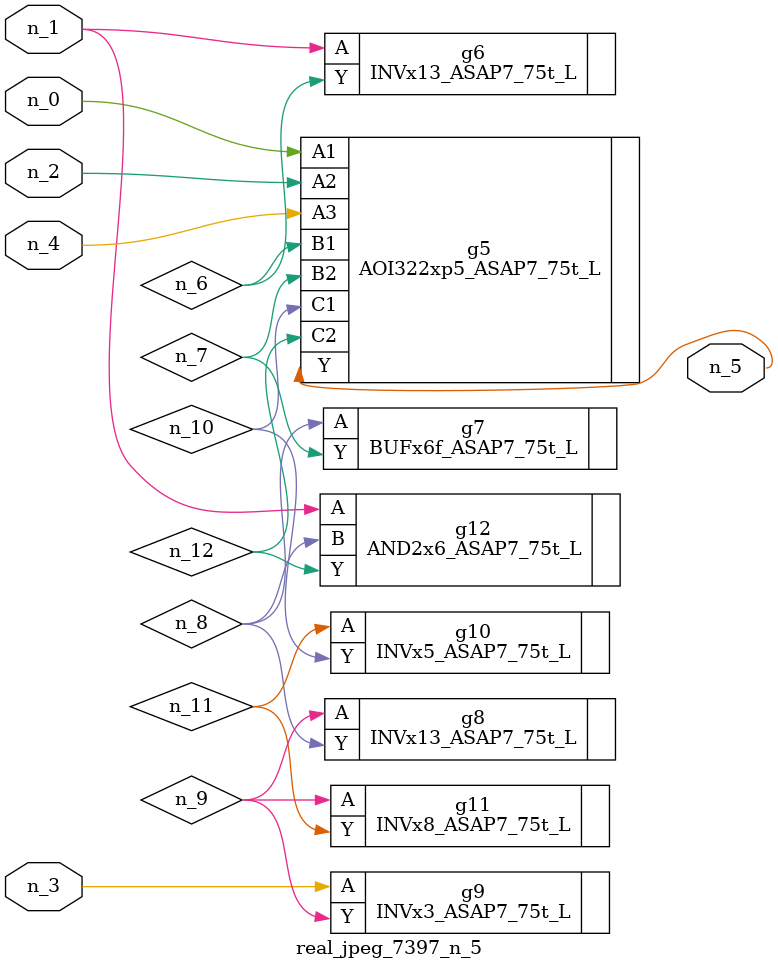
<source format=v>
module real_jpeg_7397_n_5 (n_4, n_0, n_1, n_2, n_3, n_5);

input n_4;
input n_0;
input n_1;
input n_2;
input n_3;

output n_5;

wire n_12;
wire n_8;
wire n_11;
wire n_6;
wire n_7;
wire n_10;
wire n_9;

AOI322xp5_ASAP7_75t_L g5 ( 
.A1(n_0),
.A2(n_2),
.A3(n_4),
.B1(n_6),
.B2(n_7),
.C1(n_10),
.C2(n_12),
.Y(n_5)
);

INVx13_ASAP7_75t_L g6 ( 
.A(n_1),
.Y(n_6)
);

AND2x6_ASAP7_75t_L g12 ( 
.A(n_1),
.B(n_8),
.Y(n_12)
);

INVx3_ASAP7_75t_L g9 ( 
.A(n_3),
.Y(n_9)
);

BUFx6f_ASAP7_75t_L g7 ( 
.A(n_8),
.Y(n_7)
);

INVx13_ASAP7_75t_L g8 ( 
.A(n_9),
.Y(n_8)
);

INVx8_ASAP7_75t_L g11 ( 
.A(n_9),
.Y(n_11)
);

INVx5_ASAP7_75t_L g10 ( 
.A(n_11),
.Y(n_10)
);


endmodule
</source>
